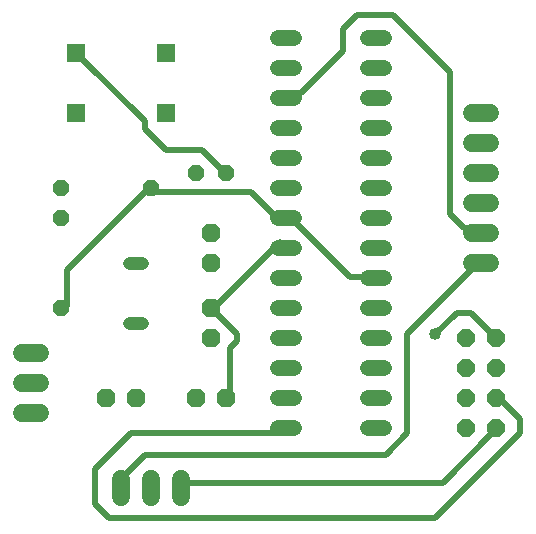
<source format=gbl>
G75*
%MOIN*%
%OFA0B0*%
%FSLAX25Y25*%
%IPPOS*%
%LPD*%
%AMOC8*
5,1,8,0,0,1.08239X$1,22.5*
%
%ADD10OC8,0.06300*%
%ADD11C,0.05200*%
%ADD12C,0.06000*%
%ADD13OC8,0.06000*%
%ADD14OC8,0.05200*%
%ADD15C,0.04400*%
%ADD16R,0.05906X0.05906*%
%ADD17C,0.01969*%
%ADD18C,0.04000*%
D10*
X0236000Y0131000D03*
X0246000Y0131000D03*
X0266000Y0131000D03*
X0276000Y0131000D03*
X0271000Y0151000D03*
X0271000Y0161000D03*
X0271000Y0176000D03*
X0271000Y0186000D03*
D11*
X0293400Y0181000D02*
X0298600Y0181000D01*
X0298600Y0171000D02*
X0293400Y0171000D01*
X0293400Y0161000D02*
X0298600Y0161000D01*
X0298600Y0151000D02*
X0293400Y0151000D01*
X0293400Y0141000D02*
X0298600Y0141000D01*
X0298600Y0131000D02*
X0293400Y0131000D01*
X0293400Y0121000D02*
X0298600Y0121000D01*
X0323400Y0121000D02*
X0328600Y0121000D01*
X0328600Y0131000D02*
X0323400Y0131000D01*
X0323400Y0141000D02*
X0328600Y0141000D01*
X0328600Y0151000D02*
X0323400Y0151000D01*
X0323400Y0161000D02*
X0328600Y0161000D01*
X0328600Y0171000D02*
X0323400Y0171000D01*
X0323400Y0181000D02*
X0328600Y0181000D01*
X0328600Y0191000D02*
X0323400Y0191000D01*
X0323400Y0201000D02*
X0328600Y0201000D01*
X0328600Y0211000D02*
X0323400Y0211000D01*
X0323400Y0221000D02*
X0328600Y0221000D01*
X0328600Y0231000D02*
X0323400Y0231000D01*
X0323400Y0241000D02*
X0328600Y0241000D01*
X0328600Y0251000D02*
X0323400Y0251000D01*
X0298600Y0251000D02*
X0293400Y0251000D01*
X0293400Y0241000D02*
X0298600Y0241000D01*
X0298600Y0231000D02*
X0293400Y0231000D01*
X0293400Y0221000D02*
X0298600Y0221000D01*
X0298600Y0211000D02*
X0293400Y0211000D01*
X0293400Y0201000D02*
X0298600Y0201000D01*
X0298600Y0191000D02*
X0293400Y0191000D01*
D12*
X0214000Y0126000D02*
X0208000Y0126000D01*
X0208000Y0136000D02*
X0214000Y0136000D01*
X0214000Y0146000D02*
X0208000Y0146000D01*
X0241000Y0104000D02*
X0241000Y0098000D01*
X0251000Y0098000D02*
X0251000Y0104000D01*
X0261000Y0104000D02*
X0261000Y0098000D01*
X0358000Y0176000D02*
X0364000Y0176000D01*
X0364000Y0186000D02*
X0358000Y0186000D01*
X0358000Y0196000D02*
X0364000Y0196000D01*
X0364000Y0206000D02*
X0358000Y0206000D01*
X0358000Y0216000D02*
X0364000Y0216000D01*
X0364000Y0226000D02*
X0358000Y0226000D01*
D13*
X0356000Y0151000D03*
X0366000Y0151000D03*
X0366000Y0141000D03*
X0356000Y0141000D03*
X0356000Y0131000D03*
X0366000Y0131000D03*
X0366000Y0121000D03*
X0356000Y0121000D03*
D14*
X0251000Y0201000D03*
X0266000Y0206000D03*
X0276000Y0206000D03*
X0221000Y0201000D03*
X0221000Y0191000D03*
X0221000Y0161000D03*
D15*
X0243800Y0156000D02*
X0248200Y0156000D01*
X0248200Y0176000D02*
X0243800Y0176000D01*
D16*
X0256000Y0226000D03*
X0256000Y0246000D03*
X0226000Y0246000D03*
X0226000Y0226000D03*
D17*
X0227772Y0244307D02*
X0226000Y0246000D01*
X0227772Y0244307D02*
X0249031Y0223047D01*
X0249031Y0220685D01*
X0256118Y0213598D01*
X0267929Y0213598D01*
X0275016Y0206512D01*
X0276000Y0206000D01*
X0284465Y0199425D02*
X0293913Y0189976D01*
X0296000Y0191000D01*
X0296276Y0192339D01*
X0317535Y0171079D01*
X0324622Y0171079D01*
X0326000Y0171000D01*
X0345882Y0152181D02*
X0352969Y0159268D01*
X0357693Y0159268D01*
X0364780Y0152181D01*
X0366000Y0151000D01*
X0360055Y0175803D02*
X0336433Y0152181D01*
X0336433Y0119110D01*
X0329346Y0112024D01*
X0249031Y0112024D01*
X0239583Y0102575D01*
X0241000Y0101000D01*
X0232496Y0095488D02*
X0232496Y0107299D01*
X0244307Y0119110D01*
X0293913Y0119110D01*
X0296000Y0121000D01*
X0277378Y0133283D02*
X0276000Y0131000D01*
X0277378Y0133283D02*
X0277378Y0147457D01*
X0279740Y0149819D01*
X0279740Y0152181D01*
X0272654Y0159268D01*
X0271000Y0161000D01*
X0272654Y0161630D01*
X0293913Y0182890D01*
X0296000Y0181000D01*
X0284465Y0199425D02*
X0251394Y0199425D01*
X0251000Y0201000D01*
X0249031Y0199425D01*
X0223047Y0173441D01*
X0223047Y0161630D01*
X0221000Y0161000D01*
X0263205Y0102575D02*
X0261000Y0101000D01*
X0263205Y0102575D02*
X0348244Y0102575D01*
X0364780Y0119110D01*
X0366000Y0121000D01*
X0374228Y0119110D02*
X0374228Y0123835D01*
X0367142Y0130921D01*
X0366000Y0131000D01*
X0374228Y0119110D02*
X0345882Y0090764D01*
X0237220Y0090764D01*
X0232496Y0095488D01*
X0360055Y0175803D02*
X0361000Y0176000D01*
X0361000Y0186000D02*
X0360055Y0187614D01*
X0355331Y0187614D01*
X0350606Y0192339D01*
X0350606Y0239583D01*
X0331709Y0258480D01*
X0319898Y0258480D01*
X0315173Y0253756D01*
X0315173Y0246669D01*
X0301000Y0232496D01*
X0296276Y0232496D01*
X0296000Y0231000D01*
D18*
X0345882Y0152181D03*
M02*

</source>
